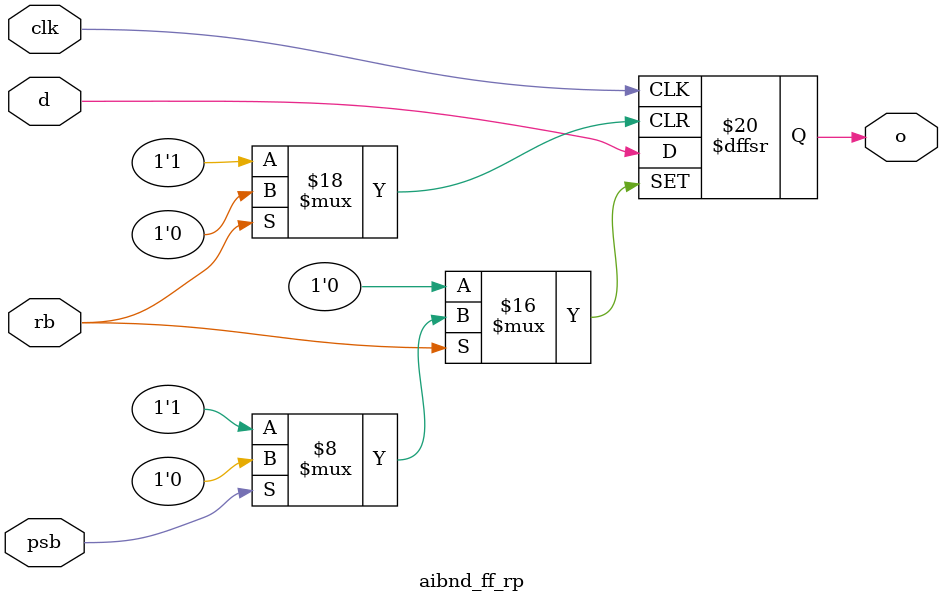
<source format=v>

module aibnd_ff_rp ( 
	input wire clk,
	input wire rb,
	input wire psb,
	input wire d,
	//input wire vss,
	//input wire vcc,
	output reg o
);

always@(posedge clk or negedge rb or negedge psb) begin
	if (!rb) begin
		o <= 1'b0;
	end
	else if (!psb) begin
		o <= 1'b1;
	end
	else begin
		o <= d;
	end
end
endmodule





</source>
